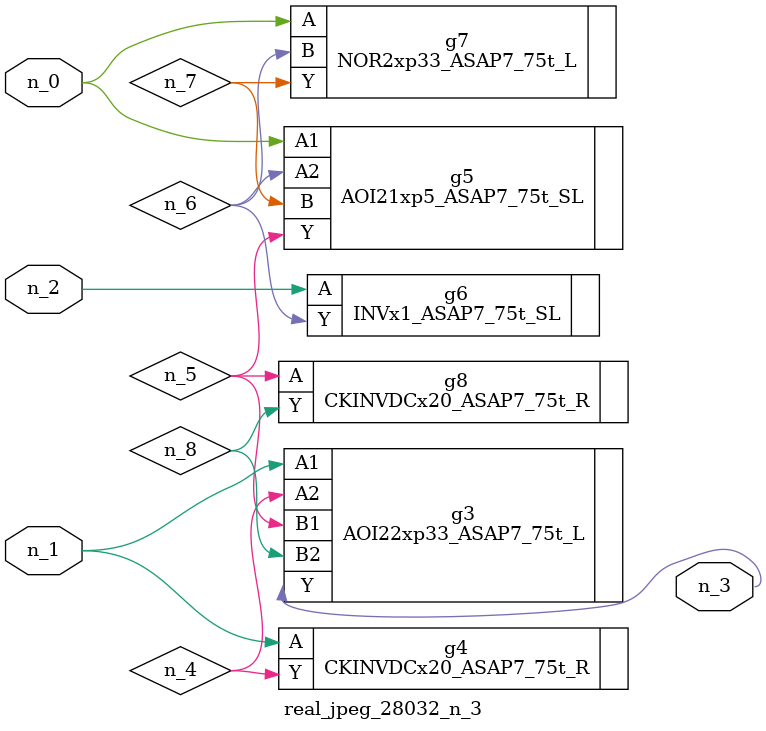
<source format=v>
module real_jpeg_28032_n_3 (n_1, n_0, n_2, n_3);

input n_1;
input n_0;
input n_2;

output n_3;

wire n_5;
wire n_4;
wire n_8;
wire n_6;
wire n_7;

AOI21xp5_ASAP7_75t_SL g5 ( 
.A1(n_0),
.A2(n_6),
.B(n_7),
.Y(n_5)
);

NOR2xp33_ASAP7_75t_L g7 ( 
.A(n_0),
.B(n_6),
.Y(n_7)
);

AOI22xp33_ASAP7_75t_L g3 ( 
.A1(n_1),
.A2(n_4),
.B1(n_5),
.B2(n_8),
.Y(n_3)
);

CKINVDCx20_ASAP7_75t_R g4 ( 
.A(n_1),
.Y(n_4)
);

INVx1_ASAP7_75t_SL g6 ( 
.A(n_2),
.Y(n_6)
);

CKINVDCx20_ASAP7_75t_R g8 ( 
.A(n_5),
.Y(n_8)
);


endmodule
</source>
